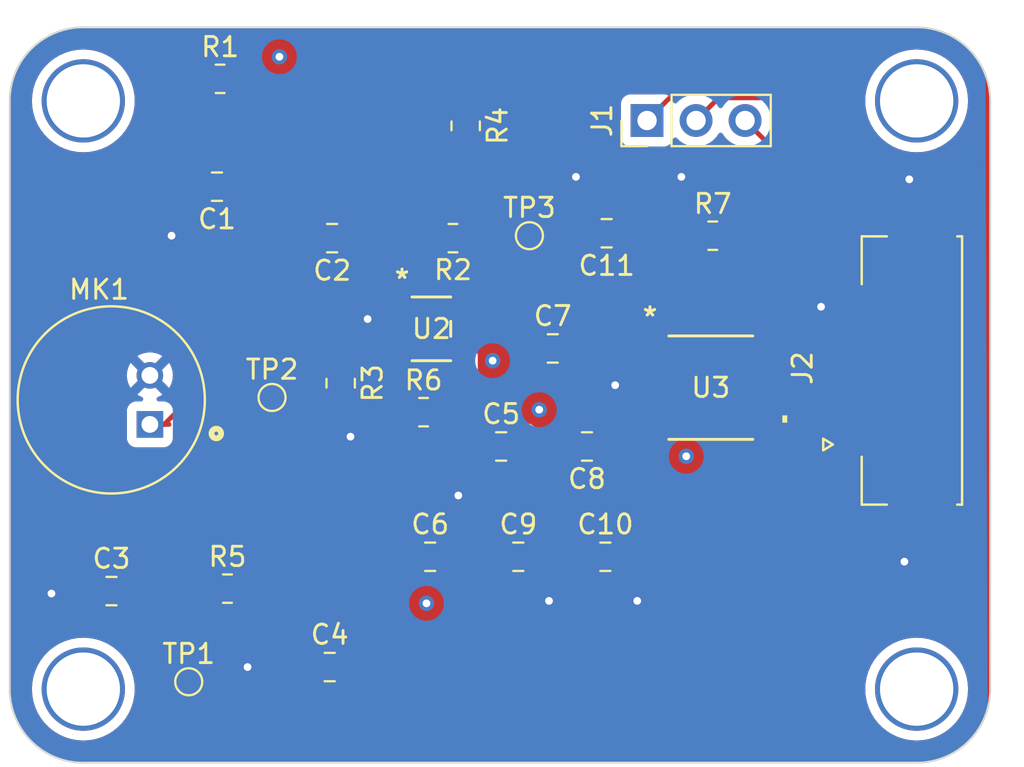
<source format=kicad_pcb>
(kicad_pcb (version 20221018) (generator pcbnew)
  (layers (0 "F.Cu" signal) (31 "B.Cu" signal) (34 "B.Paste" user) (35 "F.Paste" user) (36 "B.SilkS" user "B.Silkscreen") (37 "F.SilkS" user "F.Silkscreen") (38 "B.Mask" user) (39 "F.Mask" user) (44 "Edge.Cuts" user))
  (net 0 "")
  (net 1 "Net-(C1-Pad1)")
  (net 2 "GND")
  (net 3 "Net-(U2-+IN)")
  (net 4 "Net-(C3-Pad2)")
  (net 5 "Net-(U2--IN)")
  (net 6 "Net-(U2-OUT)")
  (net 7 "+3V3")
  (net 8 "Net-(U3-LIN)")
  (net 9 "Net-(U3-GSEL)")
  (net 10 "Net-(U3-REGO)")
  (net 11 "Net-(U3-VCOM)")
  (net 12 "Net-(U3-CKS)")
  (net 13 "Net-(J1-Pin_1)")
  (net 14 "Net-(J1-Pin_2)")
  (net 15 "Net-(J1-Pin_3)")
  (net 16 "Net-(C2-Pad1)")
  (net 17 "Net-(U3-BICK)")
  (net 18 "Net-(U3-MCLK)")
  (net 19 "Net-(U3-LRCK)")
  (net 20 "Net-(U3-SDTO)")
  (footprint "Resistor_SMD:R_0805_2012Metric" (layer "F.Cu") (at 87.2255 61.595)
    (fp_text reference "R7" (at 0 -1.65) (layer "F.SilkS"))
    (fp_text value "1k")
    (fp_line (start -0.227064 -0.735) (end 0.227064 -0.735) (stroke (width 0.12)) (layer "F.SilkS"))
    (fp_line (start -0.227064 0.735) (end 0.227064 0.735) (stroke (width 0.12)) (layer "F.SilkS"))
    (pad "1" smd roundrect (at -0.9125 0) (size 1.025 1.4) (layers "F.Cu" "F.Paste" "F.Mask") (roundrect_rratio 0.243902) (net 2 "GND"))
    (pad "2" smd roundrect (at 0.9125 0) (size 1.025 1.4) (layers "F.Cu" "F.Paste" "F.Mask") (roundrect_rratio 0.243902) (net 12 "Net-(U3-CKS)"))
  )
  (footprint "Capacitor_SMD:C_0805_2012Metric" (layer "F.Cu") (at 81.661 78.232)
    (fp_text reference "C10" (at 0 -1.68) (layer "F.SilkS"))
    (fp_text value "1u")
    (fp_line (start -0.261252 -0.735) (end 0.261252 -0.735) (stroke (width 0.12)) (layer "F.SilkS"))
    (fp_line (start -0.261252 0.735) (end 0.261252 0.735) (stroke (width 0.12)) (layer "F.SilkS"))
    (pad "1" smd roundrect (at -0.95 0) (size 1 1.45) (layers "F.Cu" "F.Paste" "F.Mask") (net 10 "Net-(U3-REGO)"))
    (pad "2" smd roundrect (at 0.95 0) (size 1 1.45) (layers "F.Cu" "F.Paste" "F.Mask") (net 2 "GND"))
  )
  (footprint "TestPoint:TestPoint_Pad_D1.0mm" (layer "F.Cu") (at 60.071 84.709)
    (fp_text reference "TP1" (at 0 -1.448) (layer "F.SilkS"))
    (fp_text value "TestPoint")
    (fp_circle (center 0 0) (end 0 0.7) (stroke (width 0.12)) (fill none) (layer "F.SilkS"))
    (pad "1" smd circle (at 0 0) (size 1 1) (layers "F.Cu" "F.Mask") (net 2 "GND"))
  )
  (footprint "Capacitor_SMD:C_0805_2012Metric" (layer "F.Cu") (at 67.376 83.947)
    (fp_text reference "C4" (at 0 -1.68) (layer "F.SilkS"))
    (fp_text value "80n")
    (fp_line (start -0.261252 -0.735) (end 0.261252 -0.735) (stroke (width 0.12)) (layer "F.SilkS"))
    (fp_line (start -0.261252 0.735) (end 0.261252 0.735) (stroke (width 0.12)) (layer "F.SilkS"))
    (pad "1" smd roundrect (at -0.95 0) (size 1 1.45) (layers "F.Cu" "F.Paste" "F.Mask") (net 5 "Net-(U2--IN)"))
    (pad "2" smd roundrect (at 0.95 0) (size 1 1.45) (layers "F.Cu" "F.Paste" "F.Mask") (net 6 "Net-(U2-OUT)"))
  )
  (footprint "Capacitor_SMD:C_0805_2012Metric" (layer "F.Cu") (at 61.534 59.055 180)
    (fp_text reference "C1" (at 0 -1.68) (layer "F.SilkS"))
    (fp_text value "10u")
    (fp_line (start -0.261252 -0.735) (end 0.261252 -0.735) (stroke (width 0.12)) (layer "F.SilkS"))
    (fp_line (start -0.261252 0.735) (end 0.261252 0.735) (stroke (width 0.12)) (layer "F.SilkS"))
    (pad "1" smd roundrect (at -0.95 0 180) (size 1 1.45) (layers "F.Cu" "F.Paste" "F.Mask") (net 1 "Net-(C1-Pad1)"))
    (pad "2" smd roundrect (at 0.95 0 180) (size 1 1.45) (layers "F.Cu" "F.Paste" "F.Mask") (net 2 "GND"))
  )
  (footprint "Capacitor_SMD:C_0805_2012Metric" (layer "F.Cu") (at 67.503 61.722 180)
    (fp_text reference "C2" (at 0 -1.68) (layer "F.SilkS"))
    (fp_text value "10u")
    (fp_line (start -0.261252 -0.735) (end 0.261252 -0.735) (stroke (width 0.12)) (layer "F.SilkS"))
    (fp_line (start -0.261252 0.735) (end 0.261252 0.735) (stroke (width 0.12)) (layer "F.SilkS"))
    (pad "1" smd roundrect (at -0.95 0 180) (size 1 1.45) (layers "F.Cu" "F.Paste" "F.Mask") (net 16 "Net-(C2-Pad1)"))
    (pad "2" smd roundrect (at 0.95 0 180) (size 1 1.45) (layers "F.Cu" "F.Paste" "F.Mask") (net 3 "Net-(U2-+IN)"))
  )
  (footprint "Resistor_SMD:R_0805_2012Metric" (layer "F.Cu") (at 61.6985 53.467)
    (fp_text reference "R1" (at 0 -1.65) (layer "F.SilkS"))
    (fp_text value "1.58k")
    (fp_line (start -0.227064 -0.735) (end 0.227064 -0.735) (stroke (width 0.12)) (layer "F.SilkS"))
    (fp_line (start -0.227064 0.735) (end 0.227064 0.735) (stroke (width 0.12)) (layer "F.SilkS"))
    (pad "1" smd roundrect (at -0.9125 0) (size 1.025 1.4) (layers "F.Cu" "F.Paste" "F.Mask") (roundrect_rratio 0.243902) (net 1 "Net-(C1-Pad1)"))
    (pad "2" smd roundrect (at 0.9125 0) (size 1.025 1.4) (layers "F.Cu" "F.Paste" "F.Mask") (roundrect_rratio 0.243902) (net 7 "+3V3"))
  )
  (footprint "cstar_mic_footprints:MIC_CMA-4544PF-W" (layer "F.Cu") (at 56.0578 70.104)
    (fp_text reference "MK1" (at -0.635215 -5.717015) (layer "F.SilkS") (effects (font (size 1.000354 1.000354))))
    (fp_text value "CMA-4544PF-W")
    (fp_circle (center 0 0) (end 4.85 0) (stroke (width 0.127)) (fill none) (layer "F.SilkS"))
    (fp_circle (center 5.443 1.741) (end 5.543 1.741) (stroke (width 0.3)) (fill none) (layer "F.SilkS"))
    (pad "1" thru_hole rect (at 2 1.27) (size 1.378 1.378) (drill 0.87) (layers "*.Cu" "*.Mask") (net 16 "Net-(C2-Pad1)"))
    (pad "2" thru_hole circle (at 2 -1.27) (size 1.378 1.378) (drill 0.87) (layers "*.Cu" "*.Mask") (net 2 "GND"))
  )
  (footprint "Capacitor_SMD:C_0805_2012Metric" (layer "F.Cu") (at 76.261 72.517)
    (fp_text reference "C5" (at 0 -1.68) (layer "F.SilkS"))
    (fp_text value "10u")
    (fp_line (start -0.261252 -0.735) (end 0.261252 -0.735) (stroke (width 0.12)) (layer "F.SilkS"))
    (fp_line (start -0.261252 0.735) (end 0.261252 0.735) (stroke (width 0.12)) (layer "F.SilkS"))
    (pad "1" smd roundrect (at -0.95 0) (size 1 1.45) (layers "F.Cu" "F.Paste" "F.Mask") (net 2 "GND"))
    (pad "2" smd roundrect (at 0.95 0) (size 1 1.45) (layers "F.Cu" "F.Paste" "F.Mask") (net 7 "+3V3"))
  )
  (footprint "TestPoint:TestPoint_Pad_D1.0mm" (layer "F.Cu") (at 77.724 61.595)
    (fp_text reference "TP3" (at 0 -1.448) (layer "F.SilkS"))
    (fp_text value "TestPoint")
    (fp_circle (center 0 0) (end 0 0.7) (stroke (width 0.12)) (fill none) (layer "F.SilkS"))
    (pad "1" smd circle (at 0 0) (size 1 1) (layers "F.Cu" "F.Mask") (net 6 "Net-(U2-OUT)"))
  )
  (footprint "Resistor_SMD:R_0805_2012Metric" (layer "F.Cu") (at 62.0795 79.883)
    (fp_text reference "R5" (at 0 -1.65) (layer "F.SilkS"))
    (fp_text value "1k")
    (fp_line (start -0.227064 -0.735) (end 0.227064 -0.735) (stroke (width 0.12)) (layer "F.SilkS"))
    (fp_line (start -0.227064 0.735) (end 0.227064 0.735) (stroke (width 0.12)) (layer "F.SilkS"))
    (pad "1" smd roundrect (at -0.9125 0) (size 1.025 1.4) (layers "F.Cu" "F.Paste" "F.Mask") (roundrect_rratio 0.243902) (net 5 "Net-(U2--IN)"))
    (pad "2" smd roundrect (at 0.9125 0) (size 1.025 1.4) (layers "F.Cu" "F.Paste" "F.Mask") (roundrect_rratio 0.243902) (net 4 "Net-(C3-Pad2)"))
  )
  (footprint "cstar_mic_footprints:SOIC_AK5720_AKM-L" (layer "F.Cu") (at 87.122 69.469)
    (fp_text reference "U3" (at 0 0 unlocked) (layer "F.SilkS"))
    (fp_text value "~")
    (fp_text user "*" (at -3.1496 -3.646601) (layer "F.SilkS"))
    (fp_text user "*" (at -3.1496 -3.646601 unlocked) (layer "F.SilkS"))
    (fp_line (start -2.174371 2.6797) (end 2.174371 2.6797) (stroke (width 0.1524)) (layer "F.SilkS"))
    (fp_line (start 2.174371 -2.6797) (end -2.174371 -2.6797) (stroke (width 0.1524)) (layer "F.SilkS"))
    (fp_poly (pts (xy 3.9624 1.434501) (xy 3.9624 1.815501) (xy 3.7084 1.815501) (xy 3.7084 1.434501)) (fill solid) (layer "F.SilkS"))
    (pad "1" smd rect (at -2.8956 -2.274999) (size 1.1176 0.2286) (layers "F.Cu" "F.Paste" "F.Mask") (net 11 "Net-(U3-VCOM)"))
    (pad "2" smd rect (at -2.8956 -1.625001) (size 1.1176 0.2286) (layers "F.Cu" "F.Paste" "F.Mask") (net 8 "Net-(U3-LIN)"))
    (pad "3" smd rect (at -2.8956 -0.974999) (size 1.1176 0.2286) (layers "F.Cu" "F.Paste" "F.Mask") (net 8 "Net-(U3-LIN)"))
    (pad "4" smd rect (at -2.8956 -0.325001) (size 1.1176 0.2286) (layers "F.Cu" "F.Paste" "F.Mask") (net 2 "GND"))
    (pad "5" smd rect (at -2.8956 0.324998) (size 1.1176 0.2286) (layers "F.Cu" "F.Paste" "F.Mask") (net 7 "+3V3"))
    (pad "6" smd rect (at -2.8956 0.974999) (size 1.1176 0.2286) (layers "F.Cu" "F.Paste" "F.Mask") (net 7 "+3V3"))
    (pad "7" smd rect (at -2.8956 1.624998) (size 1.1176 0.2286) (layers "F.Cu" "F.Paste" "F.Mask") (net 9 "Net-(U3-GSEL)"))
    (pad "8" smd rect (at -2.8956 2.274999) (size 1.1176 0.2286) (layers "F.Cu" "F.Paste" "F.Mask") (net 10 "Net-(U3-REGO)"))
    (pad "9" smd rect (at 2.8956 2.274999) (size 1.1176 0.2286) (layers "F.Cu" "F.Paste" "F.Mask") (net 20 "Net-(U3-SDTO)"))
    (pad "10" smd rect (at 2.8956 1.625001) (size 1.1176 0.2286) (layers "F.Cu" "F.Paste" "F.Mask") (net 19 "Net-(U3-LRCK)"))
    (pad "11" smd rect (at 2.8956 0.974999) (size 1.1176 0.2286) (layers "F.Cu" "F.Paste" "F.Mask") (net 18 "Net-(U3-MCLK)"))
    (pad "12" smd rect (at 2.8956 0.325001) (size 1.1176 0.2286) (layers "F.Cu" "F.Paste" "F.Mask") (net 17 "Net-(U3-BICK)"))
    (pad "13" smd rect (at 2.8956 -0.324998) (size 1.1176 0.2286) (layers "F.Cu" "F.Paste" "F.Mask") (net 13 "Net-(J1-Pin_1)"))
    (pad "14" smd rect (at 2.8956 -0.974999) (size 1.1176 0.2286) (layers "F.Cu" "F.Paste" "F.Mask") (net 14 "Net-(J1-Pin_2)"))
    (pad "15" smd rect (at 2.8956 -1.624998) (size 1.1176 0.2286) (layers "F.Cu" "F.Paste" "F.Mask") (net 15 "Net-(J1-Pin_3)"))
    (pad "16" smd rect (at 2.8956 -2.274999) (size 1.1176 0.2286) (layers "F.Cu" "F.Paste" "F.Mask") (net 12 "Net-(U3-CKS)"))
  )
  (footprint "Capacitor_SMD:C_0805_2012Metric" (layer "F.Cu") (at 72.583 78.232)
    (fp_text reference "C6" (at 0 -1.68) (layer "F.SilkS"))
    (fp_text value "10u" hide)
    (fp_line (start -0.261252 -0.735) (end 0.261252 -0.735) (stroke (width 0.12)) (layer "F.SilkS"))
    (fp_line (start -0.261252 0.735) (end 0.261252 0.735) (stroke (width 0.12)) (layer "F.SilkS"))
    (pad "1" smd roundrect (at -0.95 0) (size 1 1.45) (layers "F.Cu" "F.Paste" "F.Mask") (net 7 "+3V3"))
    (pad "2" smd roundrect (at 0.95 0) (size 1 1.45) (layers "F.Cu" "F.Paste" "F.Mask") (net 2 "GND"))
  )
  (footprint "cstar_mic_footprints:SOT23-DBV5_TEX-L" (layer "F.Cu") (at 72.644 66.421)
    (fp_text reference "U2" (at 0 0 unlocked) (layer "F.SilkS"))
    (fp_text value "OPA1671IDBVR")
    (fp_text user "*" (at -1.51765 -2.5502) (layer "F.SilkS"))
    (fp_text user "*" (at -1.51765 -2.5502 unlocked) (layer "F.SilkS"))
    (fp_line (start -1.0033 1.651) (end 1.0033 1.651) (stroke (width 0.1524)) (layer "F.SilkS"))
    (fp_line (start 1.0033 -1.651) (end -1.0033 -1.651) (stroke (width 0.1524)) (layer "F.SilkS"))
    (fp_line (start 1.0033 0.388661) (end 1.0033 -0.388661) (stroke (width 0.1524)) (layer "F.SilkS"))
    (pad "1" smd rect (at -1.26365 -0.950001) (size 0.7747 0.4572) (layers "F.Cu" "F.Paste" "F.Mask") (net 6 "Net-(U2-OUT)"))
    (pad "2" smd rect (at -1.26365 0) (size 0.7747 0.4572) (layers "F.Cu" "F.Paste" "F.Mask") (net 2 "GND"))
    (pad "3" smd rect (at -1.26365 0.950001) (size 0.7747 0.4572) (layers "F.Cu" "F.Paste" "F.Mask") (net 3 "Net-(U2-+IN)"))
    (pad "4" smd rect (at 1.26365 0.950001) (size 0.7747 0.4572) (layers "F.Cu" "F.Paste" "F.Mask") (net 5 "Net-(U2--IN)"))
    (pad "5" smd rect (at 1.26365 -0.950001) (size 0.7747 0.4572) (layers "F.Cu" "F.Paste" "F.Mask") (net 7 "+3V3"))
  )
  (footprint "Capacitor_SMD:C_0805_2012Metric" (layer "F.Cu") (at 81.727 61.468 180)
    (fp_text reference "C11" (at 0 -1.68) (layer "F.SilkS"))
    (fp_text value "0.47u")
    (fp_line (start -0.261252 -0.735) (end 0.261252 -0.735) (stroke (width 0.12)) (layer "F.SilkS"))
    (fp_line (start -0.261252 0.735) (end 0.261252 0.735) (stroke (width 0.12)) (layer "F.SilkS"))
    (pad "1" smd roundrect (at -0.95 0 180) (size 1 1.45) (layers "F.Cu" "F.Paste" "F.Mask") (net 11 "Net-(U3-VCOM)"))
    (pad "2" smd roundrect (at 0.95 0 180) (size 1 1.45) (layers "F.Cu" "F.Paste" "F.Mask") (net 2 "GND"))
  )
  (footprint "Resistor_SMD:R_0805_2012Metric" (layer "F.Cu") (at 67.945 69.2385 -90)
    (fp_text reference "R3" (at 0 -1.65 90) (layer "F.SilkS"))
    (fp_text value "100k")
    (fp_line (start -0.227064 -0.735) (end 0.227064 -0.735) (stroke (width 0.12)) (layer "F.SilkS"))
    (fp_line (start -0.227064 0.735) (end 0.227064 0.735) (stroke (width 0.12)) (layer "F.SilkS"))
    (pad "1" smd roundrect (at -0.9125 0 270) (size 1.025 1.4) (layers "F.Cu" "F.Paste" "F.Mask") (roundrect_rratio 0.243902) (net 3 "Net-(U2-+IN)"))
    (pad "2" smd roundrect (at 0.9125 0 270) (size 1.025 1.4) (layers "F.Cu" "F.Paste" "F.Mask") (roundrect_rratio 0.243902) (net 2 "GND"))
  )
  (footprint "Resistor_SMD:R_0805_2012Metric" (layer "F.Cu") (at 73.7635 61.722 180)
    (fp_text reference "R2" (at 0 -1.65) (layer "F.SilkS"))
    (fp_text value "10k")
    (fp_line (start -0.227064 -0.735) (end 0.227064 -0.735) (stroke (width 0.12)) (layer "F.SilkS"))
    (fp_line (start -0.227064 0.735) (end 0.227064 0.735) (stroke (width 0.12)) (layer "F.SilkS"))
    (pad "1" smd roundrect (at -0.9125 0 180) (size 1.025 1.4) (layers "F.Cu" "F.Paste" "F.Mask") (roundrect_rratio 0.243902) (net 1 "Net-(C1-Pad1)"))
    (pad "2" smd roundrect (at 0.9125 0 180) (size 1.025 1.4) (layers "F.Cu" "F.Paste" "F.Mask") (roundrect_rratio 0.243902) (net 16 "Net-(C2-Pad1)"))
  )
  (footprint "TestPoint:TestPoint_Pad_D1.0mm" (layer "F.Cu") (at 64.389 69.977)
    (fp_text reference "TP2" (at 0 -1.448) (layer "F.SilkS"))
    (fp_text value "TestPoint")
    (fp_circle (center 0 0) (end 0 0.7) (stroke (width 0.12)) (fill none) (layer "F.SilkS"))
    (pad "1" smd circle (at 0 0) (size 1 1) (layers "F.Cu" "F.Mask") (net 3 "Net-(U2-+IN)"))
  )
  (footprint "Capacitor_SMD:C_0805_2012Metric" (layer "F.Cu") (at 80.706 72.517 180)
    (fp_text reference "C8" (at 0 -1.68) (layer "F.SilkS"))
    (fp_text value "1u")
    (fp_line (start -0.261252 -0.735) (end 0.261252 -0.735) (stroke (width 0.12)) (layer "F.SilkS"))
    (fp_line (start -0.261252 0.735) (end 0.261252 0.735) (stroke (width 0.12)) (layer "F.SilkS"))
    (pad "1" smd roundrect (at -0.95 0 180) (size 1 1.45) (layers "F.Cu" "F.Paste" "F.Mask") (net 2 "GND"))
    (pad "2" smd roundrect (at 0.95 0 180) (size 1 1.45) (layers "F.Cu" "F.Paste" "F.Mask") (net 7 "+3V3"))
  )
  (footprint "Resistor_SMD:R_0805_2012Metric" (layer "F.Cu") (at 72.2395 70.739)
    (fp_text reference "R6" (at 0 -1.65) (layer "F.SilkS"))
    (fp_text value "9k")
    (fp_line (start -0.227064 -0.735) (end 0.227064 -0.735) (stroke (width 0.12)) (layer "F.SilkS"))
    (fp_line (start -0.227064 0.735) (end 0.227064 0.735) (stroke (width 0.12)) (layer "F.SilkS"))
    (pad "1" smd roundrect (at -0.9125 0) (size 1.025 1.4) (layers "F.Cu" "F.Paste" "F.Mask") (roundrect_rratio 0.243902) (net 6 "Net-(U2-OUT)"))
    (pad "2" smd roundrect (at 0.9125 0) (size 1.025 1.4) (layers "F.Cu" "F.Paste" "F.Mask") (roundrect_rratio 0.243902) (net 5 "Net-(U2--IN)"))
  )
  (footprint "cstar_mic_footprints:MOLEX_532610771" (layer "F.Cu") (at 97.544 68.58 90)
    (fp_text reference "J2" (at 0.124 -5.67 90) (layer "F.SilkS"))
    (fp_text value "532610771")
    (fp_line (start -6.95 -2.6) (end -4.47 -2.6) (stroke (width 0.127)) (layer "F.SilkS"))
    (fp_line (start -6.95 -1.3) (end -6.95 -2.6) (stroke (width 0.127)) (layer "F.SilkS"))
    (fp_line (start -6.95 2.6) (end -6.95 2.35) (stroke (width 0.127)) (layer "F.SilkS"))
    (fp_line (start -6.95 2.6) (end 6.95 2.6) (stroke (width 0.127)) (layer "F.SilkS"))
    (fp_line (start -4.135 -4.595) (end -3.535 -4.595) (stroke (width 0.127)) (layer "F.SilkS"))
    (fp_line (start -3.835 -4.095) (end -4.135 -4.595) (stroke (width 0.127)) (layer "F.SilkS"))
    (fp_line (start -3.535 -4.595) (end -3.835 -4.095) (stroke (width 0.127)) (layer "F.SilkS"))
    (fp_line (start 4.47 -2.6) (end 6.95 -2.6) (stroke (width 0.127)) (layer "F.SilkS"))
    (fp_line (start 6.95 -2.6) (end 6.95 -1.3) (stroke (width 0.127)) (layer "F.SilkS"))
    (fp_line (start 6.95 2.6) (end 6.95 2.35) (stroke (width 0.127)) (layer "F.SilkS"))
    (pad "1" smd rect (at -3.75 -2.4 90) (size 0.8 1.6) (layers "F.Cu" "F.Paste") (net 20 "Net-(U3-SDTO)"))
    (pad "2" smd rect (at -2.5 -2.4 90) (size 0.8 1.6) (layers "F.Cu" "F.Paste") (net 19 "Net-(U3-LRCK)"))
    (pad "3" smd rect (at -1.25 -2.4 90) (size 0.8 1.6) (layers "F.Cu" "F.Paste") (net 18 "Net-(U3-MCLK)"))
    (pad "4" smd rect (at 0 -2.4 90) (size 0.8 1.6) (layers "F.Cu" "F.Paste") (net 17 "Net-(U3-BICK)"))
    (pad "5" smd rect (at 1.25 -2.4 90) (size 0.8 1.6) (layers "F.Cu" "F.Paste") (net 7 "+3V3"))
    (pad "6" smd rect (at 2.5 -2.4 90) (size 0.8 1.6) (layers "F.Cu" "F.Paste") (net 2 "GND"))
    (pad "7" smd rect (at 3.75 -2.4 90) (size 0.8 1.6) (layers "F.Cu" "F.Paste"))
    (pad "S1" smd rect (at -6.3 0.5 90) (size 2.1 3) (layers "F.Cu" "F.Paste") (net 2 "GND"))
    (pad "S2" smd rect (at 6.3 0.5 90) (size 2.1 3) (layers "F.Cu" "F.Paste") (net 2 "GND"))
  )
  (footprint "Capacitor_SMD:C_0805_2012Metric" (layer "F.Cu") (at 56.068 80.01)
    (fp_text reference "C3" (at 0 -1.68) (layer "F.SilkS"))
    (fp_text value "500n")
    (fp_line (start -0.261252 -0.735) (end 0.261252 -0.735) (stroke (width 0.12)) (layer "F.SilkS"))
    (fp_line (start -0.261252 0.735) (end 0.261252 0.735) (stroke (width 0.12)) (layer "F.SilkS"))
    (pad "1" smd roundrect (at -0.95 0) (size 1 1.45) (layers "F.Cu" "F.Paste" "F.Mask") (net 2 "GND"))
    (pad "2" smd roundrect (at 0.95 0) (size 1 1.45) (layers "F.Cu" "F.Paste" "F.Mask") (net 4 "Net-(C3-Pad2)"))
  )
  (footprint "Capacitor_SMD:C_0805_2012Metric" (layer "F.Cu") (at 78.933 67.437)
    (fp_text reference "C7" (at 0 -1.68) (layer "F.SilkS"))
    (fp_text value "10u")
    (fp_line (start -0.261252 -0.735) (end 0.261252 -0.735) (stroke (width 0.12)) (layer "F.SilkS"))
    (fp_line (start -0.261252 0.735) (end 0.261252 0.735) (stroke (width 0.12)) (layer "F.SilkS"))
    (pad "1" smd roundrect (at -0.95 0) (size 1 1.45) (layers "F.Cu" "F.Paste" "F.Mask") (net 6 "Net-(U2-OUT)"))
    (pad "2" smd roundrect (at 0.95 0) (size 1 1.45) (layers "F.Cu" "F.Paste" "F.Mask") (net 8 "Net-(U3-LIN)"))
  )
  (footprint "Connector_PinHeader_2.54mm:PinHeader_1x03_P2.54mm_Vertical" (layer "F.Cu") (at 83.82 55.626 90)
    (fp_text reference "J1" (at 0 -2.33 90) (layer "F.SilkS"))
    (fp_text value "Conn_01x03_Pin")
    (fp_line (start -1.33 -1.33) (end 0 -1.33) (stroke (width 0.12)) (layer "F.SilkS"))
    (fp_line (start -1.33 0) (end -1.33 -1.33) (stroke (width 0.12)) (layer "F.SilkS"))
    (fp_line (start -1.33 1.27) (end -1.33 6.41) (stroke (width 0.12)) (layer "F.SilkS"))
    (fp_line (start -1.33 1.27) (end 1.33 1.27) (stroke (width 0.12)) (layer "F.SilkS"))
    (fp_line (start -1.33 6.41) (end 1.33 6.41) (stroke (width 0.12)) (layer "F.SilkS"))
    (fp_line (start 1.33 1.27) (end 1.33 6.41) (stroke (width 0.12)) (layer "F.SilkS"))
    (pad "1" thru_hole rect (at 0 0 90) (size 1.7 1.7) (drill 1) (layers "*.Cu" "*.Mask") (net 13 "Net-(J1-Pin_1)"))
    (pad "2" thru_hole oval (at 0 2.54 90) (size 1.7 1.7) (drill 1) (layers "*.Cu" "*.Mask") (net 14 "Net-(J1-Pin_2)"))
    (pad "3" thru_hole oval (at 0 5.08 90) (size 1.7 1.7) (drill 1) (layers "*.Cu" "*.Mask") (net 15 "Net-(J1-Pin_3)"))
  )
  (footprint "Resistor_SMD:R_0805_2012Metric" (layer "F.Cu") (at 74.422 55.9035 -90)
    (fp_text reference "R4" (at 0 -1.65 90) (layer "F.SilkS"))
    (fp_text value "100k")
    (fp_line (start -0.227064 -0.735) (end 0.227064 -0.735) (stroke (width 0.12)) (layer "F.SilkS"))
    (fp_line (start -0.227064 0.735) (end 0.227064 0.735) (stroke (width 0.12)) (layer "F.SilkS"))
    (pad "1" smd roundrect (at -0.9125 0 270) (size 1.025 1.4) (layers "F.Cu" "F.Paste" "F.Mask") (roundrect_rratio 0.243902) (net 1 "Net-(C1-Pad1)"))
    (pad "2" smd roundrect (at 0.9125 0 270) (size 1.025 1.4) (layers "F.Cu" "F.Paste" "F.Mask") (roundrect_rratio 0.243902) (net 3 "Net-(U2-+IN)"))
  )
  (footprint "Capacitor_SMD:C_0805_2012Metric" (layer "F.Cu") (at 77.15 78.232)
    (fp_text reference "C9" (at 0 -1.68) (layer "F.SilkS"))
    (fp_text value "1u")
    (fp_line (start -0.261252 -0.735) (end 0.261252 -0.735) (stroke (width 0.12)) (layer "F.SilkS"))
    (fp_line (start -0.261252 0.735) (end 0.261252 0.735) (stroke (width 0.12)) (layer "F.SilkS"))
    (pad "1" smd roundrect (at -0.95 0) (size 1 1.45) (layers "F.Cu" "F.Paste" "F.Mask") (net 9 "Net-(U3-GSEL)"))
    (pad "2" smd roundrect (at 0.95 0) (size 1 1.45) (layers "F.Cu" "F.Paste" "F.Mask") (net 2 "GND"))
  )
  (gr_arc (start 54.737 88.9) (mid 52.005726 87.873879) (end 50.8 85.217) (stroke (width 0.1)) (layer "Edge.Cuts"))
  (gr_arc (start 50.8 54.483) (mid 52.005726 51.826121) (end 54.737 50.8) (stroke (width 0.1)) (layer "Edge.Cuts"))
  (gr_line (start 101.6 85.09) (end 101.6 54.61) (stroke (width 0.1)) (layer "Edge.Cuts"))
  (gr_arc (start 97.79 50.8) (mid 100.484076 51.915923) (end 101.6 54.61) (stroke (width 0.1)) (layer "Edge.Cuts"))
  (gr_line (start 97.79 50.8) (end 54.737 50.8) (stroke (width 0.1)) (layer "Edge.Cuts"))
  (gr_line (start 54.737 88.9) (end 97.79 88.9) (stroke (width 0.1)) (layer "Edge.Cuts"))
  (gr_line (start 50.8 54.483) (end 50.8 85.217) (stroke (width 0.1)) (layer "Edge.Cuts"))
  (gr_arc (start 101.6 85.09) (mid 100.484077 87.784077) (end 97.79 88.9) (stroke (width 0.1)) (layer "Edge.Cuts"))
  (via (at 54.61 54.61) (size 4.318) (drill 3.7973) (layers "F.Cu" "B.Cu") (net 0))
  (via (at 97.79 54.61) (size 4.318) (drill 3.7973) (layers "F.Cu" "B.Cu") (net 0))
  (via (at 54.61 85.09) (size 4.318) (drill 3.7973) (layers "F.Cu" "B.Cu") (net 0))
  (via (at 97.79 85.09) (size 4.318) (drill 3.7973) (layers "F.Cu" "B.Cu") (net 0))
  (segment (start 60.786 57.357) (end 60.786 53.467) (width 0.25) (layer "F.Cu") (net 1))
  (segment (start 74.422 54.991) (end 66.548 54.991) (width 0.25) (layer "F.Cu") (net 1))
  (segment (start 66.548 54.991) (end 62.484 59.055) (width 0.25) (layer "F.Cu") (net 1))
  (segment (start 75.447 56.016) (end 75.447 60.951) (width 0.25) (layer "F.Cu") (net 1))
  (segment (start 75.447 60.951) (end 74.676 61.722) (width 0.25) (layer "F.Cu") (net 1))
  (segment (start 62.484 59.055) (end 60.786 57.357) (width 0.25) (layer "F.Cu") (net 1))
  (segment (start 74.422 54.991) (end 75.447 56.016) (width 0.25) (layer "F.Cu") (net 1))
  (segment (start 73.533 75.565) (end 74.041 75.057) (width 0.25) (layer "F.Cu") (net 2))
  (segment (start 69.85 66.421) (end 69.342 65.913) (width 0.25) (layer "F.Cu") (net 2))
  (segment (start 60.584 59.055) (end 60.584 60.193) (width 0.25) (layer "F.Cu") (net 2))
  (segment (start 73.533 78.232) (end 73.533 75.565) (width 0.25) (layer "F.Cu") (net 2))
  (segment (start 75.311 72.517) (end 75.311 73.787) (width 0.25) (layer "F.Cu") (net 2))
  (segment (start 81.656 69.855) (end 82.169 69.342) (width 0.25) (layer "F.Cu") (net 2))
  (segment (start 53.086 80.01) (end 52.959 80.137) (width 0.25) (layer "F.Cu") (net 2))
  (segment (start 62.357 84.709) (end 63.119 83.947) (width 0.25) (layer "F.Cu") (net 2))
  (segment (start 86.313 61.595) (end 86.313 59.262) (width 0.25) (layer "F.Cu") (net 2))
  (segment (start 82.611 78.232) (end 82.611 79.817) (width 0.25) (layer "F.Cu") (net 2))
  (segment (start 80.777 61.468) (end 80.777 59.187) (width 0.25) (layer "F.Cu") (net 2))
  (segment (start 60.584 60.193) (end 59.182 61.595) (width 0.25) (layer "F.Cu") (net 2))
  (segment (start 82.367001 69.143999) (end 82.169 69.342) (width 0.25) (layer "F.Cu") (net 2))
  (segment (start 81.656 72.517) (end 81.656 69.855) (width 0.25) (layer "F.Cu") (net 2))
  (segment (start 98.044 77.597) (end 98.044 74.88) (width 0.25) (layer "F.Cu") (net 2))
  (segment (start 82.611 79.817) (end 83.312 80.518) (width 0.25) (layer "F.Cu") (net 2))
  (segment (start 95.144 66.08) (end 93.639 66.08) (width 0.25) (layer "F.Cu") (net 2))
  (segment (start 86.313 59.262) (end 85.598 58.547) (width 0.25) (layer "F.Cu") (net 2))
  (segment (start 71.38035 66.421) (end 69.85 66.421) (width 0.25) (layer "F.Cu") (net 2))
  (segment (start 93.639 66.08) (end 92.837 65.278) (width 0.25) (layer "F.Cu") (net 2))
  (segment (start 60.071 84.709) (end 62.357 84.709) (width 0.25) (layer "F.Cu") (net 2))
  (segment (start 67.945 70.151) (end 67.945 71.501) (width 0.25) (layer "F.Cu") (net 2))
  (segment (start 98.044 62.28) (end 98.044 59.309) (width 0.25) (layer "F.Cu") (net 2))
  (segment (start 67.945 71.501) (end 68.453 72.009) (width 0.25) (layer "F.Cu") (net 2))
  (segment (start 98.044 59.309) (end 97.409 58.674) (width 0.25) (layer "F.Cu") (net 2))
  (segment (start 60.071 84.709) (end 55.372 80.01) (width 0.25) (layer "F.Cu") (net 2))
  (segment (start 84.2264 69.143999) (end 82.367001 69.143999) (width 0.25) (layer "F.Cu") (net 2))
  (segment (start 75.311 73.787) (end 74.041 75.057) (width 0.25) (layer "F.Cu") (net 2))
  (segment (start 97.155 78.486) (end 98.044 77.597) (width 0.25) (layer "F.Cu") (net 2))
  (segment (start 78.74 80.518) (end 78.1 79.878) (width 0.25) (layer "F.Cu") (net 2))
  (segment (start 71.38035 66.421) (end 71.247 66.421) (width 0.25) (layer "F.Cu") (net 2))
  (segment (start 55.372 80.01) (end 55.118 80.01) (width 0.25) (layer "F.Cu") (net 2))
  (segment (start 80.777 59.187) (end 80.137 58.547) (width 0.25) (layer "F.Cu") (net 2))
  (segment (start 78.1 79.878) (end 78.1 78.232) (width 0.25) (layer "F.Cu") (net 2))
  (segment (start 55.118 80.01) (end 53.086 80.01) (width 0.25) (layer "F.Cu") (net 2))
  (via (at 69.342 65.913) (size 0.8) (drill 0.4) (layers "F.Cu" "B.Cu") (net 2))
  (via (at 92.837 65.278) (size 0.8) (drill 0.4) (layers "F.Cu" "B.Cu") (net 2))
  (via (at 97.155 78.486) (size 0.8) (drill 0.4) (layers "F.Cu" "B.Cu") (net 2))
  (via (at 78.74 80.518) (size 0.8) (drill 0.4) (layers "F.Cu" "B.Cu") (net 2))
  (via (at 82.169 69.342) (size 0.8) (drill 0.4) (layers "F.Cu" "B.Cu") (net 2))
  (via (at 85.598 58.547) (size 0.8) (drill 0.4) (layers "F.Cu" "B.Cu") (net 2))
  (via (at 74.041 75.057) (size 0.8) (drill 0.4) (layers "F.Cu" "B.Cu") (net 2))
  (via (at 52.959 80.137) (size 0.8) (drill 0.4) (layers "F.Cu" "B.Cu") (net 2))
  (via (at 80.137 58.547) (size 0.8) (drill 0.4) (layers "F.Cu" "B.Cu") (net 2))
  (via (at 97.409 58.674) (size 0.8) (drill 0.4) (layers "F.Cu" "B.Cu") (net 2))
  (via (at 83.312 80.518) (size 0.8) (drill 0.4) (layers "F.Cu" "B.Cu") (net 2))
  (via (at 68.453 72.009) (size 0.8) (drill 0.4) (layers "F.Cu" "B.Cu") (net 2))
  (via (at 59.182 61.595) (size 0.8) (drill 0.4) (layers "F.Cu" "B.Cu") (net 2))
  (via (at 63.119 83.947) (size 0.8) (drill 0.4) (layers "F.Cu" "B.Cu") (net 2))
  (segment (start 67.945 68.326) (end 66.167 66.548) (width 0.25) (layer "F.Cu") (net 3))
  (segment (start 74.422 56.816) (end 74.422 57.211) (width 0.25) (layer "F.Cu") (net 3))
  (segment (start 71.38035 67.371001) (end 68.899999 67.371001) (width 0.25) (layer "F.Cu") (net 3))
  (segment (start 68.899999 67.371001) (end 67.945 68.326) (width 0.25) (layer "F.Cu") (net 3))
  (segment (start 71.459 56.816) (end 66.553 61.722) (width 0.25) (layer "F.Cu") (net 3))
  (segment (start 73.6885 61.033827) (end 73.326673 60.672) (width 0.25) (layer "F.Cu") (net 3))
  (segment (start 73.6885 62.410173) (end 73.6885 61.033827) (width 0.25) (layer "F.Cu") (net 3))
  (segment (start 73.326673 60.672) (end 67.603 60.672) (width 0.25) (layer "F.Cu") (net 3))
  (segment (start 66.167 66.548) (end 66.167 64.644396) (width 0.25) (layer "F.Cu") (net 3))
  (segment (start 73.108475 62.990198) (end 73.6885 62.410173) (width 0.25) (layer "F.Cu") (net 3))
  (segment (start 67.945 68.326) (end 66.294 69.977) (width 0.25) (layer "F.Cu") (net 3))
  (segment (start 67.603 60.672) (end 66.553 61.722) (width 0.25) (layer "F.Cu") (net 3))
  (segment (start 66.294 69.977) (end 64.389 69.977) (width 0.25) (layer "F.Cu") (net 3))
  (segment (start 74.422 56.816) (end 71.459 56.816) (width 0.25) (layer "F.Cu") (net 3))
  (segment (start 66.167 64.644396) (end 67.821198 62.990198) (width 0.25) (layer "F.Cu") (net 3))
  (segment (start 67.821198 62.990198) (end 73.108475 62.990198) (width 0.25) (layer "F.Cu") (net 3))
  (segment (start 57.916 80.908) (end 61.967 80.908) (width 0.25) (layer "F.Cu") (net 4))
  (segment (start 57.018 80.01) (end 57.916 80.908) (width 0.25) (layer "F.Cu") (net 4))
  (segment (start 61.967 80.908) (end 62.992 79.883) (width 0.25) (layer "F.Cu") (net 4))
  (segment (start 73.90765 69.98335) (end 73.152 70.739) (width 0.25) (layer "F.Cu") (net 5))
  (segment (start 73.90765 67.371001) (end 74.422 67.885351) (width 0.25) (layer "F.Cu") (net 5))
  (segment (start 62.192 78.858) (end 61.167 79.883) (width 0.25) (layer "F.Cu") (net 5))
  (segment (start 74.422 67.885351) (end 74.422 71.780173) (width 0.25) (layer "F.Cu") (net 5))
  (segment (start 69.151 84.660173) (end 68.814173 84.997) (width 0.25) (layer "F.Cu") (net 5))
  (segment (start 74.422 71.780173) (end 69.151 77.051173) (width 0.25) (layer "F.Cu") (net 5))
  (segment (start 68.814173 84.997) (end 67.476 84.997) (width 0.25) (layer "F.Cu") (net 5))
  (segment (start 67.476 84.997) (end 66.426 83.947) (width 0.25) (layer "F.Cu") (net 5))
  (segment (start 66.426 81.791327) (end 63.492673 78.858) (width 0.25) (layer "F.Cu") (net 5))
  (segment (start 63.492673 78.858) (end 62.192 78.858) (width 0.25) (layer "F.Cu") (net 5))
  (segment (start 69.151 77.051173) (end 69.151 84.660173) (width 0.25) (layer "F.Cu") (net 5))
  (segment (start 66.426 83.947) (end 66.426 81.791327) (width 0.25) (layer "F.Cu") (net 5))
  (segment (start 73.90765 67.371001) (end 73.90765 69.98335) (width 0.25) (layer "F.Cu") (net 5))
  (segment (start 71.327 70.739) (end 68.326 73.74) (width 0.25) (layer "F.Cu") (net 6))
  (segment (start 74.10435 62.747) (end 71.38035 65.470999) (width 0.25) (layer "F.Cu") (net 6))
  (segment (start 77.724 67.178) (end 77.983 67.437) (width 0.25) (layer "F.Cu") (net 6))
  (segment (start 71.327 70.739) (end 72.0927 69.9733) (width 0.25) (layer "F.Cu") (net 6))
  (segment (start 71.38035 65.470999) (end 71.93395 64.917399) (width 0.25) (layer "F.Cu") (net 6))
  (segment (start 76.572 62.747) (end 74.10435 62.747) (width 0.25) (layer "F.Cu") (net 6))
  (segment (start 68.2225 83.8435) (end 68.326 83.947) (width 0.25) (layer "F.Cu") (net 6))
  (segment (start 77.724 61.595) (end 76.572 62.747) (width 0.25) (layer "F.Cu") (net 6))
  (segment (start 71.696299 65.470999) (end 71.38035 65.470999) (width 0.25) (layer "F.Cu") (net 6))
  (segment (start 72.0927 66.024599) (end 71.5391 65.470999) (width 0.25) (layer "F.Cu") (net 6))
  (segment (start 71.93395 64.917399) (end 75.463399 64.917399) (width 0.25) (layer "F.Cu") (net 6))
  (segment (start 77.724 61.595) (end 77.724 67.178) (width 0.25) (layer "F.Cu") (net 6))
  (segment (start 72.0927 69.9733) (end 72.0927 66.024599) (width 0.25) (layer "F.Cu") (net 6))
  (segment (start 75.463399 64.917399) (end 77.983 67.437) (width 0.25) (layer "F.Cu") (net 6))
  (segment (start 68.326 73.74) (end 68.326 83.947) (width 0.25) (layer "F.Cu") (net 6))
  (segment (start 71.38035 65.470999) (end 71.155828 65.470999) (width 0.25) (layer "F.Cu") (net 6))
  (segment (start 71.5391 65.470999) (end 71.38035 65.470999) (width 0.25) (layer "F.Cu") (net 6))
  (segment (start 63.754 52.324) (end 64.77 52.324) (width 0.25) (layer "F.Cu") (net 7))
  (segment (start 71.633 78.232) (end 71.633 79.888) (width 0.25) (layer "F.Cu") (net 7))
  (segment (start 85.852 73.025) (end 85.852 71.396498) (width 0.25) (layer "F.Cu") (net 7))
  (segment (start 77.211 71.633) (end 78.232 70.612) (width 0.25) (layer "F.Cu") (net 7))
  (segment (start 75.819 68.072) (end 75.819 67.382349) (width 0.25) (layer "F.Cu") (net 7))
  (segment (start 85.852 71.396498) (end 84.899501 70.443999) (width 0.25) (layer "F.Cu") (net 7))
  (segment (start 75.819 67.382349) (end 73.90765 65.470999) (width 0.25) (layer "F.Cu") (net 7))
  (segment (start 79.756 72.517) (end 79.756 72.136) (width 0.25) (layer "F.Cu") (net 7))
  (segment (start 62.611 53.467) (end 63.754 52.324) (width 0.25) (layer "F.Cu") (net 7))
  (segment (start 84.2264 70.443999) (end 84.2264 69.793998) (width 0.25) (layer "F.Cu") (net 7))
  (segment (start 84.899501 70.443999) (end 84.2264 70.443999) (width 0.25) (layer "F.Cu") (net 7))
  (segment (start 77.211 72.517) (end 77.211 71.633) (width 0.25) (layer "F.Cu") (net 7))
  (segment (start 71.633 79.888) (end 72.39 80.645) (width 0.25) (layer "F.Cu") (net 7))
  (segment (start 79.756 72.136) (end 78.232 70.612) (width 0.25) (layer "F.Cu") (net 7))
  (via (at 72.39 80.645) (size 0.8) (drill 0.4) (layers "F.Cu" "B.Cu") (net 7))
  (via (at 78.232 70.612) (size 0.8) (drill 0.4) (layers "F.Cu" "B.Cu") (net 7))
  (via (at 64.77 52.324) (size 0.8) (drill 0.4) (layers "F.Cu" "B.Cu") (net 7))
  (via (at 85.852 73.025) (size 0.8) (drill 0.4) (layers "F.Cu" "B.Cu") (net 7))
  (via (at 75.819 68.072) (size 0.8) (drill 0.4) (layers "F.Cu" "B.Cu") (net 7))
  (segment (start 84.2264 67.843999) (end 84.2264 68.494001) (width 0.25) (layer "F.Cu") (net 8))
  (segment (start 79.883 67.437) (end 80.289999 67.843999) (width 0.25) (layer "F.Cu") (net 8))
  (segment (start 80.289999 67.843999) (end 84.2264 67.843999) (width 0.25) (layer "F.Cu") (net 8))
  (segment (start 76.2 78.232) (end 80.865 73.567) (width 0.25) (layer "F.Cu") (net 9))
  (segment (start 83.4176 71.093998) (end 84.2264 71.093998) (width 0.25) (layer "F.Cu") (net 9))
  (segment (start 82.4724 73.567) (end 83.3426 72.6968) (width 0.25) (layer "F.Cu") (net 9))
  (segment (start 80.865 73.567) (end 82.4724 73.567) (width 0.25) (layer "F.Cu") (net 9))
  (segment (start 83.3426 72.6968) (end 83.3426 71.168998) (width 0.25) (layer "F.Cu") (net 9))
  (segment (start 83.3426 71.168998) (end 83.4176 71.093998) (width 0.25) (layer "F.Cu") (net 9))
  (segment (start 80.711 78.232) (end 84.2264 74.7166) (width 0.25) (layer "F.Cu") (net 10))
  (segment (start 84.2264 74.7166) (end 84.2264 71.743999) (width 0.25) (layer "F.Cu") (net 10))
  (segment (start 84.2264 63.0174) (end 84.2264 67.194001) (width 0.25) (layer "F.Cu") (net 11))
  (segment (start 82.677 61.468) (end 84.2264 63.0174) (width 0.25) (layer "F.Cu") (net 11))
  (segment (start 88.138 61.595) (end 90.0176 63.4746) (width 0.25) (layer "F.Cu") (net 12))
  (segment (start 90.0176 63.4746) (end 90.0176 67.194001) (width 0.25) (layer "F.Cu") (net 12))
  (segment (start 91.226398 69.144002) (end 90.0176 69.144002) (width 0.25) (layer "F.Cu") (net 13))
  (segment (start 85.445 54.001) (end 90.959396 54.001) (width 0.25) (layer "F.Cu") (net 13))
  (segment (start 91.8014 68.569) (end 91.226398 69.144002) (width 0.25) (layer "F.Cu") (net 13))
  (segment (start 90.959396 54.001) (end 91.8014 54.843004) (width 0.25) (layer "F.Cu") (net 13))
  (segment (start 83.82 55.626) (end 85.445 54.001) (width 0.25) (layer "F.Cu") (net 13))
  (segment (start 91.8014 54.843004) (end 91.8014 68.569) (width 0.25) (layer "F.Cu") (net 13))
  (segment (start 91.3514 67.969001) (end 90.8264 68.494001) (width 0.25) (layer "F.Cu") (net 14))
  (segment (start 90.8264 68.494001) (end 90.0176 68.494001) (width 0.25) (layer "F.Cu") (net 14))
  (segment (start 87.535 54.451) (end 90.773 54.451) (width 0.25) (layer "F.Cu") (net 14))
  (segment (start 86.36 55.626) (end 87.535 54.451) (width 0.25) (layer "F.Cu") (net 14))
  (segment (start 91.3514 55.0294) (end 91.3514 67.969001) (width 0.25) (layer "F.Cu") (net 14))
  (segment (start 90.773 54.451) (end 91.3514 55.0294) (width 0.25) (layer "F.Cu") (net 14))
  (segment (start 90.9014 57.6274) (end 90.9014 67.769002) (width 0.25) (layer "F.Cu") (net 15))
  (segment (start 90.8264 67.844002) (end 90.0176 67.844002) (width 0.25) (layer "F.Cu") (net 15))
  (segment (start 88.9 55.626) (end 90.9014 57.6274) (width 0.25) (layer "F.Cu") (net 15))
  (segment (start 90.9014 67.769002) (end 90.8264 67.844002) (width 0.25) (layer "F.Cu") (net 15))
  (segment (start 68.453 61.722) (end 58.801 71.374) (width 0.25) (layer "F.Cu") (net 16))
  (segment (start 58.801 71.374) (end 58.0578 71.374) (width 0.25) (layer "F.Cu") (net 16))
  (segment (start 58.0578 71.374) (end 59.055 71.374) (width 0.25) (layer "F.Cu") (net 16))
  (segment (start 72.851 61.722) (end 68.453 61.722) (width 0.25) (layer "F.Cu") (net 16))
  (segment (start 94.544 68.58) (end 95.144 68.58) (width 0.25) (layer "F.Cu") (net 17))
  (segment (start 93.329999 69.794001) (end 94.544 68.58) (width 0.25) (layer "F.Cu") (net 17))
  (segment (start 90.0176 69.794001) (end 93.329999 69.794001) (width 0.25) (layer "F.Cu") (net 17))
  (segment (start 94.094 69.83) (end 95.144 69.83) (width 0.25) (layer "F.Cu") (net 18))
  (segment (start 93.480001 70.443999) (end 94.094 69.83) (width 0.25) (layer "F.Cu") (net 18))
  (segment (start 90.0176 70.443999) (end 93.480001 70.443999) (width 0.25) (layer "F.Cu") (net 18))
  (segment (start 95.144 69.83) (end 94.784001 70.189999) (width 0.25) (layer "F.Cu") (net 18))
  (segment (start 95.129999 71.094001) (end 95.144 71.08) (width 0.25) (layer "F.Cu") (net 19))
  (segment (start 90.0176 71.094001) (end 95.129999 71.094001) (width 0.25) (layer "F.Cu") (net 19))
  (segment (start 95.144 71.08) (end 94.904001 70.840001) (width 0.25) (layer "F.Cu") (net 19))
  (segment (start 90.603601 72.33) (end 95.144 72.33) (width 0.25) (layer "F.Cu") (net 20))
  (segment (start 90.0176 71.743999) (end 90.603601 72.33) (width 0.25) (layer "F.Cu") (net 20))
  (zone (net 7) (net_name "+3V3") (layer "F.Cu") (connect_pads (clearance 0.5)) (min_thickness 0.25) (fill yes (thermal_gap 0.5) (thermal_bridge_width 0.5))
    (polygon (pts (xy 50.546 50.673) (xy 50.546 88.773) (xy 101.854 88.9) (xy 101.6 50.292) (xy 50.546 50.673) (xy 50.673 50.673)))
  )
  (zone (net 2) (net_name "GND") (layer "B.Cu") (priority 1) (connect_pads (clearance 0.5)) (min_thickness 0.25) (fill yes (thermal_gap 0.5) (thermal_bridge_width 0.5))
    (polygon (pts (xy 50.292 50.673) (xy 50.546 89.154) (xy 101.473 89.154) (xy 101.346 50.419) (xy 50.292 50.673)))
  )
)
</source>
